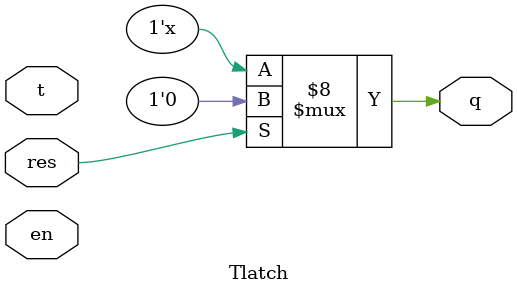
<source format=v>
module Tlatch(t,en,res,q);
input t,en,res;
output reg q;
always @(en or t or res)begin
if(res)
q<=0;
else if(en) begin
if(t)
q<=~q;
end
end
endmodule

</source>
